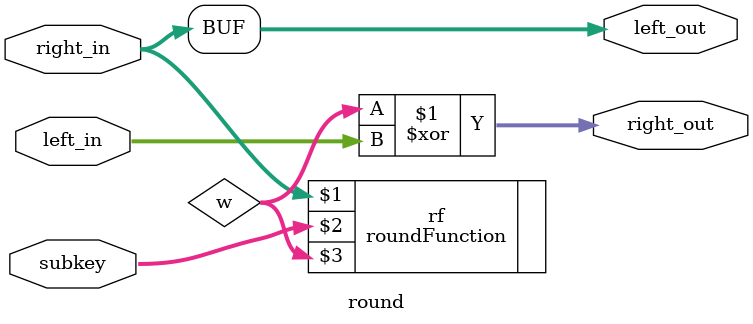
<source format=v>
module round (input [1:32] left_in, input [1:32] right_in, input [1:48] subkey,
				output [1:32] left_out, output [1:32] right_out);
wire [1:32] w;
	assign left_out = right_in;

	roundFunction rf (right_in, subkey, w);    

	assign right_out = w ^ left_in;
	
endmodule
</source>
